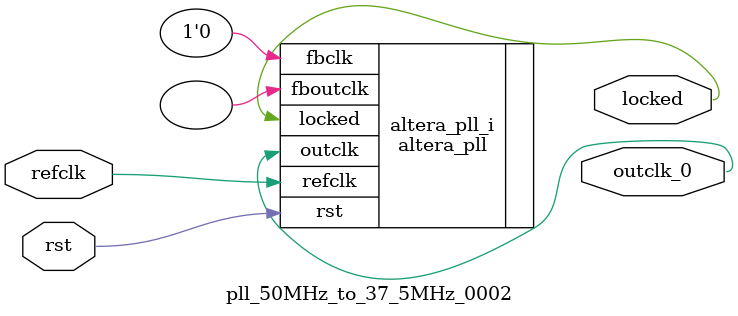
<source format=v>
`timescale 1ns/10ps
module  pll_50MHz_to_37_5MHz_0002(

	// interface 'refclk'
	input wire refclk,

	// interface 'reset'
	input wire rst,

	// interface 'outclk0'
	output wire outclk_0,

	// interface 'locked'
	output wire locked
);

	altera_pll #(
		.fractional_vco_multiplier("false"),
		.reference_clock_frequency("50.0 MHz"),
		.operation_mode("direct"),
		.number_of_clocks(1),
		.output_clock_frequency0("37.500000 MHz"),
		.phase_shift0("0 ps"),
		.duty_cycle0(50),
		.output_clock_frequency1("0 MHz"),
		.phase_shift1("0 ps"),
		.duty_cycle1(50),
		.output_clock_frequency2("0 MHz"),
		.phase_shift2("0 ps"),
		.duty_cycle2(50),
		.output_clock_frequency3("0 MHz"),
		.phase_shift3("0 ps"),
		.duty_cycle3(50),
		.output_clock_frequency4("0 MHz"),
		.phase_shift4("0 ps"),
		.duty_cycle4(50),
		.output_clock_frequency5("0 MHz"),
		.phase_shift5("0 ps"),
		.duty_cycle5(50),
		.output_clock_frequency6("0 MHz"),
		.phase_shift6("0 ps"),
		.duty_cycle6(50),
		.output_clock_frequency7("0 MHz"),
		.phase_shift7("0 ps"),
		.duty_cycle7(50),
		.output_clock_frequency8("0 MHz"),
		.phase_shift8("0 ps"),
		.duty_cycle8(50),
		.output_clock_frequency9("0 MHz"),
		.phase_shift9("0 ps"),
		.duty_cycle9(50),
		.output_clock_frequency10("0 MHz"),
		.phase_shift10("0 ps"),
		.duty_cycle10(50),
		.output_clock_frequency11("0 MHz"),
		.phase_shift11("0 ps"),
		.duty_cycle11(50),
		.output_clock_frequency12("0 MHz"),
		.phase_shift12("0 ps"),
		.duty_cycle12(50),
		.output_clock_frequency13("0 MHz"),
		.phase_shift13("0 ps"),
		.duty_cycle13(50),
		.output_clock_frequency14("0 MHz"),
		.phase_shift14("0 ps"),
		.duty_cycle14(50),
		.output_clock_frequency15("0 MHz"),
		.phase_shift15("0 ps"),
		.duty_cycle15(50),
		.output_clock_frequency16("0 MHz"),
		.phase_shift16("0 ps"),
		.duty_cycle16(50),
		.output_clock_frequency17("0 MHz"),
		.phase_shift17("0 ps"),
		.duty_cycle17(50),
		.pll_type("General"),
		.pll_subtype("General")
	) altera_pll_i (
		.rst	(rst),
		.outclk	({outclk_0}),
		.locked	(locked),
		.fboutclk	( ),
		.fbclk	(1'b0),
		.refclk	(refclk)
	);
endmodule


</source>
